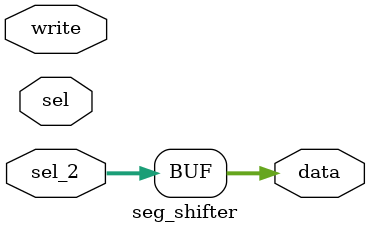
<source format=v>



module seg_shifter(input write , input [2:0] sel_2, sel, output reg  [2:0]data

    );

    initial begin 
        data='b0;
    end    
    always@(*)
        begin 
            if (write)
                data<=sel_2;
            else 
                data<=sel_2; 
    
        end
endmodule

</source>
